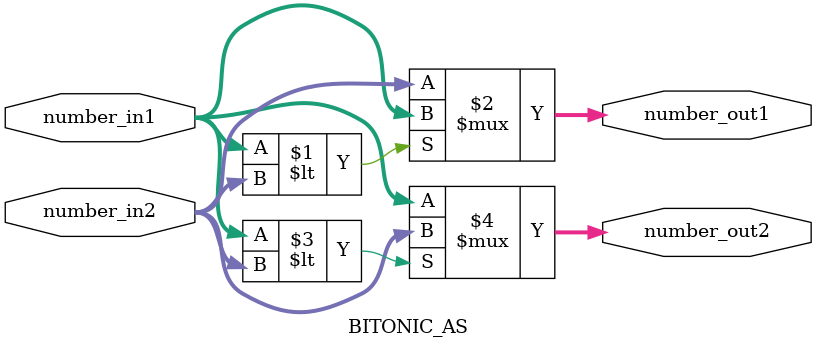
<source format=v>
module BITONIC_AS(number_in1, number_in2, number_out1, number_out2);
input  [7:0] number_in1;
input  [7:0] number_in2;
output [7:0] number_out1;
output [7:0] number_out2;

assign number_out1 = (number_in1 < number_in2)? number_in1:number_in2;
assign number_out2 = (number_in1 < number_in2)? number_in2:number_in1;

endmodule
</source>
